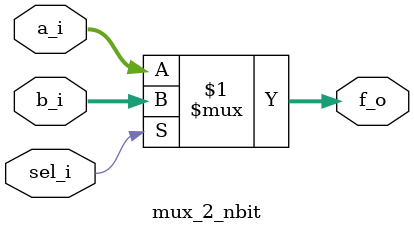
<source format=sv>
/*******************************************************************************
Creator:        Hai Cao Xuan - Joachim Cao (caoxuanhaipr@gmail.com)

Additional Contributions by:

File Name:      mux_2_nbit.sv
Design Name:    N-bit 2-1 Multiplexer
Project Name:   Example
Description:    A simple logic unit to demonstrate
                how to use parameter

Changelog:      2022.07.23 - first draft

********************************************************************************
Copyright (c) 2022 Hai Cao Xuan
*******************************************************************************/

`default_nettype none

module mux_2_nbit #(
  parameter int unsigned Width = 8
) (
  // input
  input logic [Width-1:0]  a_i,
  input logic [Width-1:0]  b_i,
  input logic              sel_i,

  // output
  output logic [Width-1:0] f_o
);

  assign f_o = sel_i ? b_i : a_i;

endmodule : mux_2_nbit

</source>
